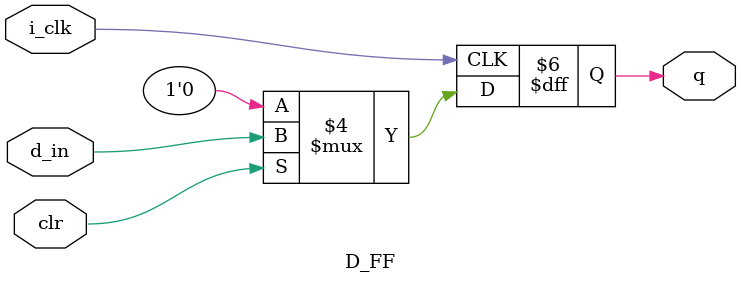
<source format=v>
`timescale 1ns / 1ps
module D_FF(
input i_clk , 
input clr  , 
input d_in,
output reg q  );



always @ (posedge i_clk )
 begin
  if (~clr )
    begin 
     q <= 1'b0 ;
     end
   else
     begin
    q <= d_in ;
    end 
    end  
endmodule
</source>
